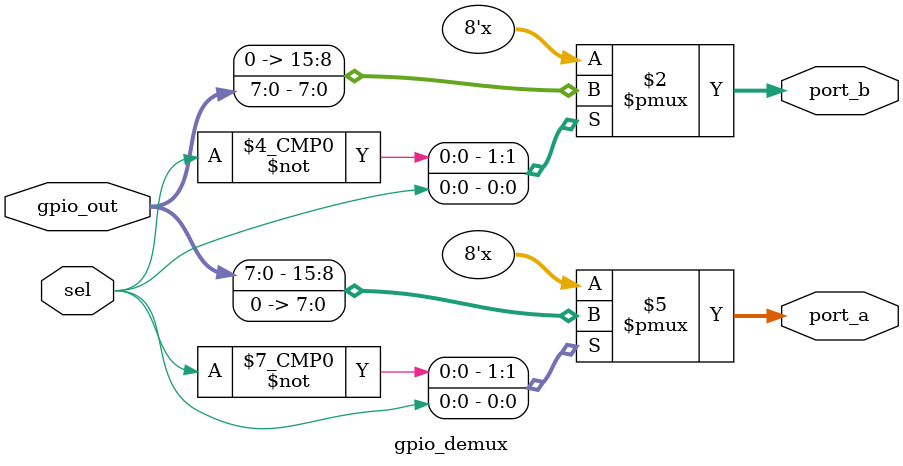
<source format=v>
module gpio_demux (
    input  wire [7:0] gpio_out,   
    input  wire       sel,        
    output reg  [7:0] port_a,    
    output reg  [7:0] port_b      
);

    always @(sel, gpio_out) begin
        case (sel)
            1'b0: begin
                port_a = gpio_out;
                port_b = 8'b0;
            end
            1'b1: begin
                port_a = 8'b0;
                port_b = gpio_out;
            end
        endcase
    end

endmodule

</source>
